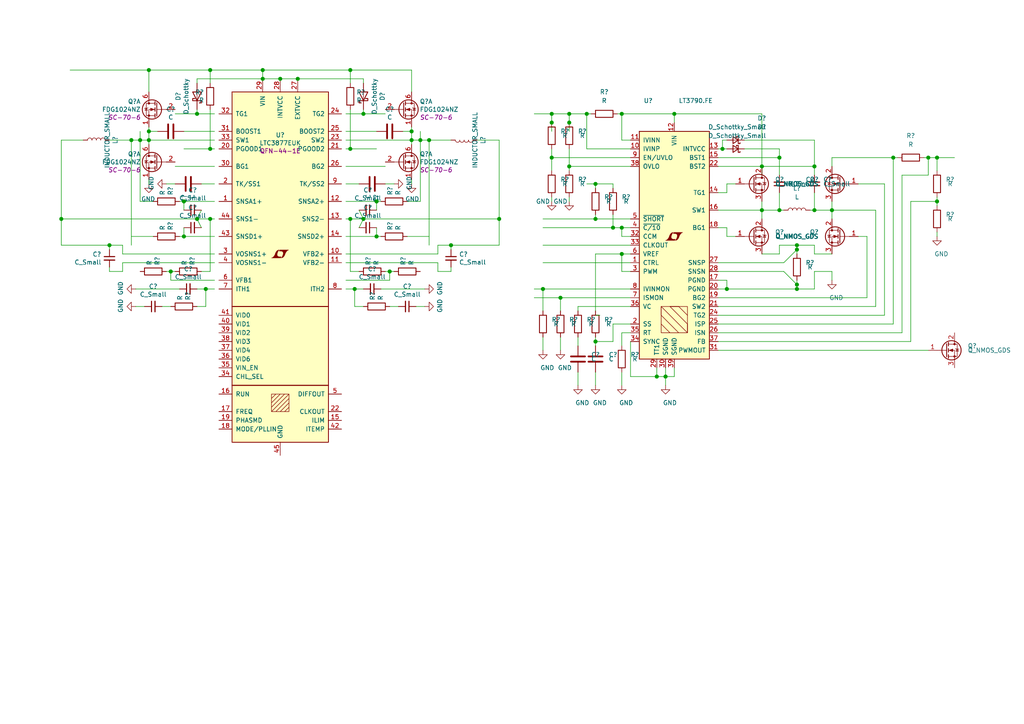
<source format=kicad_sch>
(kicad_sch (version 20201015) (generator eeschema)
  (paper "A4")
  (lib_symbols
    (symbol "ADI_Power:LT3790.FE" (pin_names (offset 1.016))
      (property "Reference" "U" (at 1.27 36.83 0))
      (property "Value" "LT3790.FE" (at 1.27 34.29 0))
      (property "Datasheet" "http://www.linear.com/product/LT3790" (at 0 2.54 0))
      (symbol "LT3790.FE_0_0"
        (polyline (pts (xy 0.2032 1.5494) (xy 0.2286 1.5748) (xy 0.2794 1.6764) (xy 0.2794 1.7018) (xy 0.1524 1.7018) (xy 0.0508 1.7272) (xy -0.4064 1.7272) (xy -0.4318 1.7526) (xy -0.6858 1.8796) (xy -0.7874 1.9812) (xy -0.8636 2.1082) (xy -0.9144 2.2098) (xy -0.9144 2.5146) (xy -0.8636 2.667) (xy -0.8382 2.7686) (xy -0.8128 2.8448) (xy -0.762 2.9718) (xy -0.7112 3.1242) (xy -0.635 3.2512) (xy -0.5842 3.3782) (xy -0.508 3.4798) (xy -0.4572 3.5814) (xy -0.3302 3.7084) (xy -0.508 3.7084) (xy -0.635 3.6576) (xy -0.7366 3.6068) (xy -0.8128 3.556) (xy -0.9398 3.4544) (xy -1.1176 3.2766) (xy -1.3716 2.8194) (xy -1.4732 2.54) (xy -1.4732 2.4892) (xy -1.524 2.3876) (xy -1.5748 2.2606) (xy -1.6256 2.159) (xy -1.7526 1.9812) (xy -1.905 1.778) (xy -2.0574 1.6256) (xy -2.2098 1.4986) (xy -2.3876 1.4224) (xy -2.54 1.3716) (xy 0.127 1.3716) (xy 0.2032 1.5494)) (stroke (width 0.0254)) (fill (type outline)))
        (polyline (pts (xy 0.4064 1.397) (xy 0.4826 1.397) (xy 0.6604 1.4732) (xy 0.8128 1.5748) (xy 1.0922 1.8542) (xy 1.2192 2.0574) (xy 1.3208 2.2606) (xy 1.397 2.5146) (xy 1.4224 2.5146) (xy 1.4986 2.7686) (xy 1.7526 3.175) (xy 1.905 3.3528) (xy 2.0574 3.5052) (xy 2.2098 3.6068) (xy 2.3876 3.683) (xy 2.413 3.683) (xy 2.413 3.7084) (xy -0.1524 3.7084) (xy -0.2286 3.556) (xy -0.254 3.5306) (xy -0.3048 3.429) (xy -0.3302 3.4036) (xy -0.2794 3.4036) (xy -0.2286 3.3782) (xy 0.3048 3.3782) (xy 0.3556 3.3528) (xy 0.4064 3.3528) (xy 0.4826 3.3274) (xy 0.6096 3.2512) (xy 0.7366 3.1496) (xy 0.8128 3.0226) (xy 0.8382 2.9718) (xy 0.8636 2.9464) (xy 0.8636 2.54) (xy 0.8382 2.4892) (xy 0.8382 2.413) (xy 0.7874 2.3114) (xy 0.762 2.1844) (xy 0.6858 2.032) (xy 0.635 1.8796) (xy 0.4826 1.6256) (xy 0.4318 1.524) (xy 0.2794 1.3716) (xy 0.4064 1.397)) (stroke (width 0.0254)) (fill (type outline)))
      )
      (symbol "LT3790.FE_0_1"
        (rectangle (start -10.16 33.02) (end 10.16 -33.02) (stroke (width 0.254)) (fill (type background)))
        (rectangle (start -3.81 -17.78) (end 3.81 -25.4))
        (polyline (pts (xy -3.81 -22.86) (xy -1.27 -25.4) (xy 1.27 -25.4) (xy -3.81 -20.32) (xy -3.81 -17.78) (xy 3.81 -25.4) (xy 3.81 -22.86) (xy -1.27 -17.78) (xy 1.27 -17.78) (xy 3.81 -20.32)))
      )
      (symbol "LT3790.FE_1_1"
        (pin input line (at -12.7 -5.08 0) (length 2.54) (name "CTRL") (number "1"))
        (pin passive line (at -12.7 27.94 0) (length 2.54) (name "IVINP") (number "10"))
        (pin passive line (at -12.7 30.48 0) (length 2.54) (name "IVINN") (number "11"))
        (pin power_in line (at 0 35.56 270) (length 2.54) (name "VIN") (number "12"))
        (pin power_out line (at 12.7 27.94 180) (length 2.54) (name "INTVCC") (number "13"))
        (pin output line (at 12.7 15.24 180) (length 2.54) (name "TG1") (number "14"))
        (pin input line (at 12.7 25.4 180) (length 2.54) (name "BST1") (number "15"))
        (pin power_out line (at 12.7 10.16 180) (length 2.54) (name "SW1") (number "16"))
        (pin power_in line (at 12.7 -10.16 180) (length 2.54) (name "PGND") (number "17"))
        (pin output line (at 12.7 5.08 180) (length 2.54) (name "BG1") (number "18"))
        (pin output line (at 12.7 -15.24 180) (length 2.54) (name "BG2") (number "19"))
        (pin passive line (at -12.7 -22.86 0) (length 2.54) (name "SS") (number "2"))
        (pin power_in line (at 12.7 -12.7 180) (length 2.54) (name "PGND") (number "20"))
        (pin power_out line (at 12.7 -17.78 180) (length 2.54) (name "SW2") (number "21"))
        (pin input line (at 12.7 22.86 180) (length 2.54) (name "BST2") (number "22"))
        (pin unconnected line (at 12.7 20.32 180) (length 2.54) hide (name "NC") (number "23"))
        (pin output line (at 12.7 -20.32 180) (length 2.54) (name "TG2") (number "24"))
        (pin passive line (at 12.7 -22.86 180) (length 2.54) (name "ISP") (number "25"))
        (pin passive line (at 12.7 -25.4 180) (length 2.54) (name "ISN") (number "26"))
        (pin passive line (at 12.7 -5.08 180) (length 2.54) (name "SNSP") (number "27"))
        (pin passive line (at 12.7 -7.62 180) (length 2.54) (name "SNSN") (number "28"))
        (pin passive line (at -5.08 -35.56 90) (length 2.54) (name "TT1") (number "29"))
        (pin input line (at -12.7 -7.62 0) (length 2.54) (name "PWM") (number "3"))
        (pin power_in line (at -2.54 -35.56 90) (length 2.54) (name "SGND") (number "30"))
        (pin output line (at 12.7 -30.48 180) (length 2.54) (name "PWMOUT") (number "31"))
        (pin input line (at -12.7 2.54 0) (length 2.54) (name "CCM") (number "32"))
        (pin output line (at -12.7 0 0) (length 2.54) (name "CLKOUT") (number "33"))
        (pin input line (at -12.7 -27.94 0) (length 2.54) (name "SYNC") (number "34"))
        (pin passive line (at -12.7 -25.4 0) (length 2.54) (name "RT") (number "35"))
        (pin passive line (at -12.7 -17.78 0) (length 2.54) (name "VC") (number "36"))
        (pin input line (at 12.7 -27.94 180) (length 2.54) (name "FB") (number "37"))
        (pin input line (at -12.7 22.86 0) (length 2.54) (name "OVLO") (number "38"))
        (pin power_in line (at 0 -35.56 90) (length 2.54) (name "SGND") (number "39"))
        (pin open_collector line (at -12.7 5.08 0) (length 2.54) (name "~C/10~") (number "4"))
        (pin open_collector line (at -12.7 7.62 0) (length 2.54) (name "~SHORT~") (number "5"))
        (pin passive line (at -12.7 -2.54 0) (length 2.54) (name "VREF") (number "6"))
        (pin output line (at -12.7 -15.24 0) (length 2.54) (name "ISMON") (number "7"))
        (pin output line (at -12.7 -12.7 0) (length 2.54) (name "IVINMON") (number "8"))
        (pin input line (at -12.7 25.4 0) (length 2.54) (name "EN/UVLO") (number "9"))
      )
    )
    (symbol "ADI_Power:LTC3877.UK" (pin_names (offset 1.016))
      (property "Reference" "U" (at -15.24 50.8 0))
      (property "Value" "LTC3877.UK" (at 6.35 50.8 0))
      (property "Footprint" "QFN-44-1EP" (at 0 -2.54 0))
      (property "Datasheet" "http://www.linear.com/product/LTC3877" (at 41.91 19.05 0))
      (symbol "LTC3877.UK_0_0"
        (polyline (pts (xy 0.2032 1.5494) (xy 0.2286 1.5748) (xy 0.2794 1.6764) (xy 0.2794 1.7018) (xy 0.1524 1.7018) (xy 0.0508 1.7272) (xy -0.4064 1.7272) (xy -0.4318 1.7526) (xy -0.6858 1.8796) (xy -0.7874 1.9812) (xy -0.8636 2.1082) (xy -0.9144 2.2098) (xy -0.9144 2.5146) (xy -0.8636 2.667) (xy -0.8382 2.7686) (xy -0.8128 2.8448) (xy -0.762 2.9718) (xy -0.7112 3.1242) (xy -0.635 3.2512) (xy -0.5842 3.3782) (xy -0.508 3.4798) (xy -0.4572 3.5814) (xy -0.3302 3.7084) (xy -0.508 3.7084) (xy -0.635 3.6576) (xy -0.7366 3.6068) (xy -0.8128 3.556) (xy -0.9398 3.4544) (xy -1.1176 3.2766) (xy -1.3716 2.8194) (xy -1.4732 2.54) (xy -1.4732 2.4892) (xy -1.524 2.3876) (xy -1.5748 2.2606) (xy -1.6256 2.159) (xy -1.7526 1.9812) (xy -1.905 1.778) (xy -2.0574 1.6256) (xy -2.2098 1.4986) (xy -2.3876 1.4224) (xy -2.54 1.3716) (xy 0.127 1.3716) (xy 0.2032 1.5494)) (stroke (width 0.0254)) (fill (type outline)))
        (polyline (pts (xy 0.4064 1.397) (xy 0.4826 1.397) (xy 0.6604 1.4732) (xy 0.8128 1.5748) (xy 1.0922 1.8542) (xy 1.2192 2.0574) (xy 1.3208 2.2606) (xy 1.397 2.5146) (xy 1.4224 2.5146) (xy 1.4986 2.7686) (xy 1.7526 3.175) (xy 1.905 3.3528) (xy 2.0574 3.5052) (xy 2.2098 3.6068) (xy 2.3876 3.683) (xy 2.413 3.683) (xy 2.413 3.7084) (xy -0.1524 3.7084) (xy -0.2286 3.556) (xy -0.254 3.5306) (xy -0.3048 3.429) (xy -0.3302 3.4036) (xy -0.2794 3.4036) (xy -0.2286 3.3782) (xy 0.3048 3.3782) (xy 0.3556 3.3528) (xy 0.4064 3.3528) (xy 0.4826 3.3274) (xy 0.6096 3.2512) (xy 0.7366 3.1496) (xy 0.8128 3.0226) (xy 0.8382 2.9718) (xy 0.8636 2.9464) (xy 0.8636 2.54) (xy 0.8382 2.4892) (xy 0.8382 2.413) (xy 0.7874 2.3114) (xy 0.762 2.1844) (xy 0.6858 2.032) (xy 0.635 1.8796) (xy 0.4826 1.6256) (xy 0.4318 1.524) (xy 0.2794 1.3716) (xy 0.4064 1.397)) (stroke (width 0.0254)) (fill (type outline)))
      )
      (symbol "LTC3877.UK_0_1"
        (rectangle (start -13.97 -12.7) (end 13.97 -35.56) (stroke (width 0.254)) (fill (type background)))
        (rectangle (start -13.97 49.53) (end 13.97 -12.7) (stroke (width 0.254)) (fill (type background)))
        (rectangle (start 13.97 -35.56) (end -13.97 -52.07) (stroke (width 0.254)) (fill (type background)))
        (polyline (pts (xy -2.54 -39.37) (xy -1.27 -38.1) (xy 0 -38.1) (xy -2.54 -40.64) (xy -2.54 -41.91) (xy 1.27 -38.1) (xy 2.54 -38.1) (xy -2.54 -43.18) (xy -1.27 -43.18) (xy 2.54 -39.37) (xy 2.54 -40.64) (xy 0 -43.18) (xy 1.27 -43.18) (xy 2.54 -41.91) (xy 2.54 -43.18) (xy -2.54 -43.18) (xy -2.54 -38.1) (xy 2.54 -38.1) (xy 2.54 -43.18)))
      )
      (symbol "LTC3877.UK_1_1"
        (pin passive line (at -17.78 17.78 0) (length 3.81) (name "SNSA1+") (number "1"))
        (pin passive line (at 17.78 2.54 180) (length 3.81) (name "VFB2+") (number "10"))
        (pin passive line (at 17.78 0 180) (length 3.81) (name "VFB2-") (number "11"))
        (pin passive line (at 17.78 17.78 180) (length 3.81) (name "SNSA2+") (number "12"))
        (pin passive line (at 17.78 12.7 180) (length 3.81) (name "SNS2-") (number "13"))
        (pin passive line (at 17.78 7.62 180) (length 3.81) (name "SNSD2+") (number "14"))
        (pin passive line (at 17.78 -45.72 180) (length 3.81) (name "ILIM") (number "15"))
        (pin input line (at -17.78 -38.1 0) (length 3.81) (name "RUN") (number "16"))
        (pin input line (at -17.78 -43.18 0) (length 3.81) (name "FREQ") (number "17"))
        (pin input line (at -17.78 -48.26 0) (length 3.81) (name "MODE/PLLIN") (number "18"))
        (pin input line (at -17.78 -45.72 0) (length 3.81) (name "PHASMD") (number "19"))
        (pin passive line (at -17.78 22.86 0) (length 3.81) (name "TK/SS1") (number "2"))
        (pin open_collector line (at -17.78 33.02 0) (length 3.81) (name "PGOOD1") (number "20"))
        (pin open_collector line (at 17.78 33.02 180) (length 3.81) (name "PGOOD2") (number "21"))
        (pin output line (at 17.78 -43.18 180) (length 3.81) (name "CLKOUT") (number "22"))
        (pin passive line (at 17.78 35.56 180) (length 3.81) (name "SW2") (number "23"))
        (pin passive line (at 17.78 43.18 180) (length 3.81) (name "TG2") (number "24"))
        (pin passive line (at 17.78 38.1 180) (length 3.81) (name "BOOST2") (number "25"))
        (pin passive line (at 17.78 27.94 180) (length 3.81) (name "BG2") (number "26"))
        (pin passive line (at 5.08 53.34 270) (length 3.81) (name "EXTVCC") (number "27"))
        (pin passive line (at 0 53.34 270) (length 3.81) (name "INTVCC") (number "28"))
        (pin power_in line (at -5.08 53.34 270) (length 3.81) (name "VIN") (number "29"))
        (pin passive line (at -17.78 2.54 0) (length 3.81) (name "VOSNS1+") (number "3"))
        (pin passive line (at -17.78 27.94 0) (length 3.81) (name "BG1") (number "30"))
        (pin passive line (at -17.78 38.1 0) (length 3.81) (name "BOOST1") (number "31"))
        (pin passive line (at -17.78 43.18 0) (length 3.81) (name "TG1") (number "32"))
        (pin passive line (at -17.78 35.56 0) (length 3.81) (name "SW1") (number "33"))
        (pin input line (at -17.78 -33.02 0) (length 3.81) (name "CHL_SEL") (number "34"))
        (pin input line (at -17.78 -30.48 0) (length 3.81) (name "VIN_EN") (number "35"))
        (pin input line (at -17.78 -27.94 0) (length 3.81) (name "VID6") (number "36"))
        (pin input line (at -17.78 -25.4 0) (length 3.81) (name "VID4") (number "37"))
        (pin input line (at -17.78 -22.86 0) (length 3.81) (name "VID3") (number "38"))
        (pin input line (at -17.78 -20.32 0) (length 3.81) (name "VID2") (number "39"))
        (pin passive line (at -17.78 0 0) (length 3.81) (name "VOSNS1-") (number "4"))
        (pin input line (at -17.78 -17.78 0) (length 3.81) (name "VID1") (number "40"))
        (pin input line (at -17.78 -15.24 0) (length 3.81) (name "VID0") (number "41"))
        (pin power_in line (at 17.78 -48.26 180) (length 3.81) (name "ITEMP") (number "42"))
        (pin passive line (at -17.78 7.62 0) (length 3.81) (name "SNSD1+") (number "43"))
        (pin passive line (at -17.78 12.7 0) (length 3.81) (name "SNS1-") (number "44"))
        (pin power_in line (at 0 -55.88 90) (length 3.81) (name "GND") (number "45"))
        (pin output line (at 17.78 -38.1 180) (length 3.81) (name "DIFFOUT") (number "5"))
        (pin passive line (at -17.78 -5.08 0) (length 3.81) (name "VFB1") (number "6"))
        (pin passive line (at -17.78 -7.62 0) (length 3.81) (name "ITH1") (number "7"))
        (pin passive line (at 17.78 -7.62 180) (length 3.81) (name "ITH2") (number "8"))
        (pin passive line (at 17.78 22.86 180) (length 3.81) (name "TK/SS2") (number "9"))
      )
    )
    (symbol "Device:C" (pin_numbers hide) (pin_names (offset 0.254))
      (property "Reference" "C" (at 0.635 2.54 0))
      (property "Value" "C" (at 0.635 -2.54 0))
      (symbol "C_0_1"
        (polyline (pts (xy -2.032 -0.762) (xy 2.032 -0.762)) (stroke (width 0.508)))
        (polyline (pts (xy -2.032 0.762) (xy 2.032 0.762)) (stroke (width 0.508)))
      )
      (symbol "C_1_1"
        (pin passive line (at 0 3.81 270) (length 2.794) (name "~") (number "1"))
        (pin passive line (at 0 -3.81 90) (length 2.794) (name "~") (number "2"))
      )
    )
    (symbol "Device:C_Small" (pin_numbers hide) (pin_names (offset 0.254) hide)
      (property "Reference" "C" (at 0.254 1.778 0))
      (property "Value" "C_Small" (at 0.254 -2.032 0))
      (symbol "C_Small_0_1"
        (polyline (pts (xy -1.524 -0.508) (xy 1.524 -0.508)) (stroke (width 0.3302)))
        (polyline (pts (xy -1.524 0.508) (xy 1.524 0.508)) (stroke (width 0.3048)))
      )
      (symbol "C_Small_1_1"
        (pin passive line (at 0 2.54 270) (length 2.032) (name "~") (number "1"))
        (pin passive line (at 0 -2.54 90) (length 2.032) (name "~") (number "2"))
      )
    )
    (symbol "Device:D_Schottky" (pin_numbers hide) (pin_names (offset 1.016) hide)
      (property "Reference" "D" (at 0 2.54 0))
      (property "Value" "D_Schottky" (at 0 -2.54 0))
      (symbol "D_Schottky_0_1"
        (polyline (pts (xy 1.27 0) (xy -1.27 0)))
        (polyline (pts (xy 1.27 1.27) (xy 1.27 -1.27) (xy -1.27 0) (xy 1.27 1.27)) (stroke (width 0.254)))
        (polyline (pts (xy -1.905 0.635) (xy -1.905 1.27) (xy -1.27 1.27) (xy -1.27 -1.27) (xy -0.635 -1.27) (xy -0.635 -0.635)) (stroke (width 0.254)))
      )
      (symbol "D_Schottky_1_1"
        (pin passive line (at -3.81 0 0) (length 2.54) (name "K") (number "1"))
        (pin passive line (at 3.81 0 180) (length 2.54) (name "A") (number "2"))
      )
    )
    (symbol "Device:D_Schottky_Small" (pin_numbers hide) (pin_names (offset 0.254) hide)
      (property "Reference" "D" (at -1.27 2.032 0))
      (property "Value" "D_Schottky_Small" (at -7.112 -2.032 0))
      (symbol "D_Schottky_Small_0_1"
        (polyline (pts (xy -0.762 0) (xy 0.762 0)))
        (polyline (pts (xy 0.762 -1.016) (xy -0.762 0) (xy 0.762 1.016) (xy 0.762 -1.016)) (stroke (width 0.254)))
        (polyline (pts (xy -1.27 0.762) (xy -1.27 1.016) (xy -0.762 1.016) (xy -0.762 -1.016) (xy -0.254 -1.016) (xy -0.254 -0.762)) (stroke (width 0.254)))
      )
      (symbol "D_Schottky_Small_1_1"
        (pin passive line (at -2.54 0 0) (length 1.778) (name "K") (number "1"))
        (pin passive line (at 2.54 0 180) (length 1.778) (name "A") (number "2"))
      )
    )
    (symbol "Device:L" (pin_numbers hide) (pin_names (offset 1.016) hide)
      (property "Reference" "L" (at -1.27 0 90))
      (property "Value" "L" (at 1.905 0 90))
      (symbol "L_0_1"
        (arc (start 0 -2.54) (end 0 -1.27) (radius (at 0 -1.905) (length 0.635) (angles -89.9 89.9)))
        (arc (start 0 -1.27) (end 0 0) (radius (at 0 -0.635) (length 0.635) (angles -89.9 89.9)))
        (arc (start 0 0) (end 0 1.27) (radius (at 0 0.635) (length 0.635) (angles -89.9 89.9)))
        (arc (start 0 1.27) (end 0 2.54) (radius (at 0 1.905) (length 0.635) (angles -89.9 89.9)))
      )
      (symbol "L_1_1"
        (pin passive line (at 0 3.81 270) (length 1.27) (name "1") (number "1"))
        (pin passive line (at 0 -3.81 90) (length 1.27) (name "2") (number "2"))
      )
    )
    (symbol "Device:Q_NMOS_GDS" (pin_names (offset 0) hide)
      (property "Reference" "Q" (at 5.08 1.27 0))
      (property "Value" "Q_NMOS_GDS" (at 5.08 -1.27 0))
      (symbol "Q_NMOS_GDS_0_1"
        (circle (center 1.651 0) (radius 2.794) (stroke (width 0.254)))
        (circle (center 2.54 -1.778) (radius 0.254) (fill (type outline)))
        (circle (center 2.54 1.778) (radius 0.254) (fill (type outline)))
        (polyline (pts (xy 0.254 0) (xy -2.54 0)))
        (polyline (pts (xy 0.254 1.905) (xy 0.254 -1.905)) (stroke (width 0.254)))
        (polyline (pts (xy 0.762 -1.27) (xy 0.762 -2.286)) (stroke (width 0.254)))
        (polyline (pts (xy 0.762 0.508) (xy 0.762 -0.508)) (stroke (width 0.254)))
        (polyline (pts (xy 0.762 2.286) (xy 0.762 1.27)) (stroke (width 0.254)))
        (polyline (pts (xy 2.54 2.54) (xy 2.54 1.778)))
        (polyline (pts (xy 2.54 -2.54) (xy 2.54 0) (xy 0.762 0)))
        (polyline (pts (xy 0.762 -1.778) (xy 3.302 -1.778) (xy 3.302 1.778) (xy 0.762 1.778)))
        (polyline (pts (xy 1.016 0) (xy 2.032 0.381) (xy 2.032 -0.381) (xy 1.016 0)) (fill (type outline)))
        (polyline (pts (xy 2.794 0.508) (xy 2.921 0.381) (xy 3.683 0.381) (xy 3.81 0.254)))
        (polyline (pts (xy 3.302 0.381) (xy 2.921 -0.254) (xy 3.683 -0.254) (xy 3.302 0.381)))
      )
      (symbol "Q_NMOS_GDS_1_1"
        (pin input line (at -5.08 0 0) (length 2.54) (name "G") (number "1"))
        (pin passive line (at 2.54 5.08 270) (length 2.54) (name "D") (number "2"))
        (pin passive line (at 2.54 -5.08 90) (length 2.54) (name "S") (number "3"))
      )
    )
    (symbol "Device:R" (pin_numbers hide) (pin_names (offset 0))
      (property "Reference" "R" (at 2.032 0 90))
      (property "Value" "R" (at 0 0 90))
      (symbol "R_0_1"
        (rectangle (start -1.016 -2.54) (end 1.016 2.54) (stroke (width 0.254)))
      )
      (symbol "R_1_1"
        (pin passive line (at 0 3.81 270) (length 1.27) (name "~") (number "1"))
        (pin passive line (at 0 -3.81 90) (length 1.27) (name "~") (number "2"))
      )
    )
    (symbol "Transistor_FET:FDG1024NZ" (pin_names hide)
      (property "Reference" "Q" (at 5.08 1.905 0))
      (property "Value" "FDG1024NZ" (at 5.08 0 0))
      (symbol "FDG1024NZ_0_1"
        (circle (center 1.651 0) (radius 2.794) (stroke (width 0.254)))
        (circle (center 2.54 -1.778) (radius 0.254) (fill (type outline)))
        (circle (center 2.54 1.778) (radius 0.254) (fill (type outline)))
        (polyline (pts (xy 0.254 0) (xy -2.54 0)))
        (polyline (pts (xy 0.254 1.905) (xy 0.254 -1.905)) (stroke (width 0.254)))
        (polyline (pts (xy 0.762 -1.27) (xy 0.762 -2.286)) (stroke (width 0.254)))
        (polyline (pts (xy 0.762 0.508) (xy 0.762 -0.508)) (stroke (width 0.254)))
        (polyline (pts (xy 0.762 2.286) (xy 0.762 1.27)) (stroke (width 0.254)))
        (polyline (pts (xy 2.54 2.54) (xy 2.54 1.778)))
        (polyline (pts (xy 2.54 -2.54) (xy 2.54 0) (xy 0.762 0)))
        (polyline (pts (xy 0.762 -1.778) (xy 3.302 -1.778) (xy 3.302 1.778) (xy 0.762 1.778)))
        (polyline (pts (xy 1.016 0) (xy 2.032 0.381) (xy 2.032 -0.381) (xy 1.016 0)) (fill (type outline)))
        (polyline (pts (xy 2.794 0.508) (xy 2.921 0.381) (xy 3.683 0.381) (xy 3.81 0.254)))
        (polyline (pts (xy 3.302 0.381) (xy 2.921 -0.254) (xy 3.683 -0.254) (xy 3.302 0.381)))
      )
      (symbol "FDG1024NZ_1_1"
        (pin passive line (at 2.54 -5.08 90) (length 2.54) (name "S") (number "1"))
        (pin passive line (at -5.08 0 0) (length 2.54) (name "G") (number "2"))
        (pin passive line (at 2.54 5.08 270) (length 2.54) (name "D") (number "6"))
      )
      (symbol "FDG1024NZ_2_1"
        (pin passive line (at 2.54 5.08 270) (length 2.54) (name "D") (number "3"))
        (pin passive line (at 2.54 -5.08 90) (length 2.54) (name "S") (number "4"))
        (pin passive line (at -5.08 0 0) (length 2.54) (name "G") (number "5"))
      )
    )
    (symbol "power:GND" (power) (pin_names (offset 0))
      (property "Value" "GND" (at 0 -3.81 0))
      (symbol "GND_0_1"
        (polyline (pts (xy 0 0) (xy 0 -1.27) (xy 1.27 -1.27) (xy 0 -2.54) (xy -1.27 -1.27) (xy 0 -1.27)))
      )
      (symbol "GND_1_1"
        (pin power_in line (at 0 0 270) (length 0) hide (name "GND") (number "1"))
      )
    )
  )
  (junction (at 17.78 63.5) (diameter 1.016))
  (junction (at 31.75 71.12) (diameter 1.016))
  (junction (at 38.1 40.64) (diameter 1.016))
  (junction (at 40.64 40.64) (diameter 1.016))
  (junction (at 43.18 20.32) (diameter 1.016))
  (junction (at 43.18 38.1) (diameter 1.016))
  (junction (at 43.18 40.64) (diameter 1.016))
  (junction (at 49.53 78.74) (diameter 1.016))
  (junction (at 53.34 58.42) (diameter 1.016))
  (junction (at 53.34 68.58) (diameter 1.016))
  (junction (at 57.15 33.02) (diameter 1.016))
  (junction (at 57.15 63.5) (diameter 1.016))
  (junction (at 59.69 83.82) (diameter 1.016))
  (junction (at 60.96 20.32) (diameter 1.016))
  (junction (at 60.96 43.18) (diameter 1.016))
  (junction (at 60.96 63.5) (diameter 1.016))
  (junction (at 76.2 20.32) (diameter 1.016))
  (junction (at 76.2 22.86) (diameter 1.016))
  (junction (at 81.28 22.86) (diameter 1.016))
  (junction (at 86.36 22.86) (diameter 1.016))
  (junction (at 101.6 20.32) (diameter 1.016))
  (junction (at 101.6 43.18) (diameter 1.016))
  (junction (at 101.6 63.5) (diameter 1.016))
  (junction (at 102.87 83.82) (diameter 1.016))
  (junction (at 105.41 33.02) (diameter 1.016))
  (junction (at 105.41 63.5) (diameter 1.016))
  (junction (at 109.22 58.42) (diameter 1.016))
  (junction (at 109.22 68.58) (diameter 1.016))
  (junction (at 113.03 78.74) (diameter 1.016))
  (junction (at 119.38 38.1) (diameter 1.016))
  (junction (at 119.38 40.64) (diameter 1.016))
  (junction (at 121.92 40.64) (diameter 1.016))
  (junction (at 124.46 40.64) (diameter 1.016))
  (junction (at 130.81 71.12) (diameter 1.016))
  (junction (at 144.78 63.5) (diameter 1.016))
  (junction (at 157.48 83.82) (diameter 1.016))
  (junction (at 160.02 33.02) (diameter 1.016))
  (junction (at 160.02 35.56) (diameter 1.016))
  (junction (at 160.02 45.72) (diameter 1.016))
  (junction (at 162.56 86.36) (diameter 1.016))
  (junction (at 165.1 33.02) (diameter 1.016))
  (junction (at 165.1 35.56) (diameter 1.016))
  (junction (at 165.1 48.26) (diameter 1.016))
  (junction (at 170.18 33.02) (diameter 1.016))
  (junction (at 172.72 53.34) (diameter 1.016))
  (junction (at 172.72 63.5) (diameter 1.016))
  (junction (at 172.72 99.06) (diameter 1.016))
  (junction (at 177.8 66.04) (diameter 1.016))
  (junction (at 180.34 33.02) (diameter 1.016))
  (junction (at 180.34 66.04) (diameter 1.016))
  (junction (at 180.34 73.66) (diameter 1.016))
  (junction (at 190.5 109.22) (diameter 1.016))
  (junction (at 193.04 109.22) (diameter 1.016))
  (junction (at 195.58 33.02) (diameter 1.016))
  (junction (at 209.55 43.18) (diameter 1.016))
  (junction (at 210.82 83.82) (diameter 1.016))
  (junction (at 220.98 48.26) (diameter 1.016))
  (junction (at 220.98 60.96) (diameter 1.016))
  (junction (at 226.06 45.72) (diameter 1.016))
  (junction (at 226.06 60.96) (diameter 1.016))
  (junction (at 231.14 71.12) (diameter 1.016))
  (junction (at 231.14 72.39) (diameter 1.016))
  (junction (at 231.14 82.55) (diameter 1.016))
  (junction (at 231.14 83.82) (diameter 1.016))
  (junction (at 236.22 48.26) (diameter 1.016))
  (junction (at 236.22 60.96) (diameter 1.016))
  (junction (at 241.3 60.96) (diameter 1.016))
  (junction (at 259.08 45.72) (diameter 1.016))
  (junction (at 269.24 45.72) (diameter 1.016))
  (junction (at 271.78 45.72) (diameter 1.016))
  (junction (at 271.78 58.42) (diameter 1.016))
  (wire (pts (xy 17.78 40.64) (xy 17.78 63.5)))
  (wire (pts (xy 17.78 63.5) (xy 17.78 71.12)))
  (wire (pts (xy 17.78 63.5) (xy 57.15 63.5)))
  (wire (pts (xy 17.78 71.12) (xy 31.75 71.12)))
  (wire (pts (xy 20.32 20.32) (xy 43.18 20.32)))
  (wire (pts (xy 24.13 40.64) (xy 17.78 40.64)))
  (wire (pts (xy 31.75 40.64) (xy 38.1 40.64)))
  (wire (pts (xy 31.75 71.12) (xy 31.75 72.39)))
  (wire (pts (xy 31.75 71.12) (xy 35.56 71.12)))
  (wire (pts (xy 31.75 78.74) (xy 31.75 77.47)))
  (wire (pts (xy 35.56 71.12) (xy 35.56 73.66)))
  (wire (pts (xy 35.56 73.66) (xy 62.23 73.66)))
  (wire (pts (xy 35.56 76.2) (xy 35.56 78.74)))
  (wire (pts (xy 35.56 78.74) (xy 31.75 78.74)))
  (wire (pts (xy 38.1 40.64) (xy 38.1 71.12)))
  (wire (pts (xy 38.1 40.64) (xy 40.64 40.64)))
  (wire (pts (xy 38.1 68.58) (xy 44.45 68.58)))
  (wire (pts (xy 40.64 38.1) (xy 40.64 40.64)))
  (wire (pts (xy 40.64 40.64) (xy 40.64 58.42)))
  (wire (pts (xy 40.64 40.64) (xy 43.18 40.64)))
  (wire (pts (xy 40.64 58.42) (xy 44.45 58.42)))
  (wire (pts (xy 41.91 88.9) (xy 39.37 88.9)))
  (wire (pts (xy 43.18 20.32) (xy 43.18 26.67)))
  (wire (pts (xy 43.18 20.32) (xy 60.96 20.32)))
  (wire (pts (xy 43.18 36.83) (xy 43.18 38.1)))
  (wire (pts (xy 43.18 38.1) (xy 43.18 40.64)))
  (wire (pts (xy 43.18 38.1) (xy 45.72 38.1)))
  (wire (pts (xy 43.18 40.64) (xy 43.18 41.91)))
  (wire (pts (xy 43.18 40.64) (xy 62.23 40.64)))
  (wire (pts (xy 43.18 52.07) (xy 43.18 53.34)))
  (wire (pts (xy 48.26 53.34) (xy 50.8 53.34)))
  (wire (pts (xy 48.26 78.74) (xy 49.53 78.74)))
  (wire (pts (xy 49.53 78.74) (xy 49.53 81.28)))
  (wire (pts (xy 49.53 78.74) (xy 50.8 78.74)))
  (wire (pts (xy 49.53 81.28) (xy 62.23 81.28)))
  (wire (pts (xy 49.53 88.9) (xy 46.99 88.9)))
  (wire (pts (xy 50.8 33.02) (xy 57.15 33.02)))
  (wire (pts (xy 50.8 48.26) (xy 62.23 48.26)))
  (wire (pts (xy 52.07 58.42) (xy 53.34 58.42)))
  (wire (pts (xy 52.07 68.58) (xy 53.34 68.58)))
  (wire (pts (xy 52.07 83.82) (xy 39.37 83.82)))
  (wire (pts (xy 53.34 38.1) (xy 62.23 38.1)))
  (wire (pts (xy 53.34 43.18) (xy 60.96 43.18)))
  (wire (pts (xy 53.34 58.42) (xy 62.23 58.42)))
  (wire (pts (xy 53.34 60.96) (xy 53.34 58.42)))
  (wire (pts (xy 53.34 66.04) (xy 53.34 68.58)))
  (wire (pts (xy 53.34 68.58) (xy 62.23 68.58)))
  (wire (pts (xy 57.15 22.86) (xy 57.15 24.13)))
  (wire (pts (xy 57.15 22.86) (xy 76.2 22.86)))
  (wire (pts (xy 57.15 31.75) (xy 57.15 33.02)))
  (wire (pts (xy 57.15 33.02) (xy 62.23 33.02)))
  (wire (pts (xy 57.15 63.5) (xy 58.42 66.04)))
  (wire (pts (xy 57.15 63.5) (xy 60.96 63.5)))
  (wire (pts (xy 57.15 83.82) (xy 59.69 83.82)))
  (wire (pts (xy 57.15 88.9) (xy 59.69 88.9)))
  (wire (pts (xy 58.42 53.34) (xy 62.23 53.34)))
  (wire (pts (xy 58.42 60.96) (xy 57.15 63.5)))
  (wire (pts (xy 59.69 83.82) (xy 62.23 83.82)))
  (wire (pts (xy 59.69 88.9) (xy 59.69 83.82)))
  (wire (pts (xy 60.96 20.32) (xy 60.96 24.13)))
  (wire (pts (xy 60.96 20.32) (xy 76.2 20.32)))
  (wire (pts (xy 60.96 31.75) (xy 60.96 43.18)))
  (wire (pts (xy 60.96 43.18) (xy 62.23 43.18)))
  (wire (pts (xy 60.96 63.5) (xy 60.96 78.74)))
  (wire (pts (xy 60.96 63.5) (xy 62.23 63.5)))
  (wire (pts (xy 60.96 78.74) (xy 58.42 78.74)))
  (wire (pts (xy 62.23 76.2) (xy 35.56 76.2)))
  (wire (pts (xy 76.2 20.32) (xy 76.2 22.86)))
  (wire (pts (xy 76.2 20.32) (xy 101.6 20.32)))
  (wire (pts (xy 76.2 22.86) (xy 76.2 24.13)))
  (wire (pts (xy 76.2 22.86) (xy 81.28 22.86)))
  (wire (pts (xy 81.28 22.86) (xy 81.28 24.13)))
  (wire (pts (xy 81.28 22.86) (xy 86.36 22.86)))
  (wire (pts (xy 86.36 22.86) (xy 105.41 22.86)))
  (wire (pts (xy 100.33 33.02) (xy 105.41 33.02)))
  (wire (pts (xy 100.33 40.64) (xy 119.38 40.64)))
  (wire (pts (xy 100.33 43.18) (xy 101.6 43.18)))
  (wire (pts (xy 100.33 58.42) (xy 109.22 58.42)))
  (wire (pts (xy 100.33 63.5) (xy 101.6 63.5)))
  (wire (pts (xy 100.33 68.58) (xy 109.22 68.58)))
  (wire (pts (xy 100.33 73.66) (xy 127 73.66)))
  (wire (pts (xy 100.33 76.2) (xy 127 76.2)))
  (wire (pts (xy 100.33 83.82) (xy 102.87 83.82)))
  (wire (pts (xy 101.6 20.32) (xy 101.6 24.13)))
  (wire (pts (xy 101.6 20.32) (xy 119.38 20.32)))
  (wire (pts (xy 101.6 31.75) (xy 101.6 43.18)))
  (wire (pts (xy 101.6 43.18) (xy 109.22 43.18)))
  (wire (pts (xy 101.6 63.5) (xy 101.6 78.74)))
  (wire (pts (xy 101.6 63.5) (xy 105.41 63.5)))
  (wire (pts (xy 101.6 78.74) (xy 104.14 78.74)))
  (wire (pts (xy 102.87 83.82) (xy 105.41 83.82)))
  (wire (pts (xy 102.87 88.9) (xy 102.87 83.82)))
  (wire (pts (xy 104.14 53.34) (xy 100.33 53.34)))
  (wire (pts (xy 105.41 22.86) (xy 105.41 24.13)))
  (wire (pts (xy 105.41 31.75) (xy 105.41 33.02)))
  (wire (pts (xy 105.41 33.02) (xy 111.76 33.02)))
  (wire (pts (xy 105.41 63.5) (xy 104.14 60.96)))
  (wire (pts (xy 105.41 63.5) (xy 104.14 66.04)))
  (wire (pts (xy 105.41 63.5) (xy 144.78 63.5)))
  (wire (pts (xy 105.41 88.9) (xy 102.87 88.9)))
  (wire (pts (xy 109.22 38.1) (xy 100.33 38.1)))
  (wire (pts (xy 109.22 58.42) (xy 110.49 58.42)))
  (wire (pts (xy 109.22 60.96) (xy 109.22 58.42)))
  (wire (pts (xy 109.22 66.04) (xy 109.22 68.58)))
  (wire (pts (xy 109.22 68.58) (xy 110.49 68.58)))
  (wire (pts (xy 110.49 83.82) (xy 123.19 83.82)))
  (wire (pts (xy 111.76 48.26) (xy 100.33 48.26)))
  (wire (pts (xy 111.76 78.74) (xy 113.03 78.74)))
  (wire (pts (xy 113.03 78.74) (xy 113.03 81.28)))
  (wire (pts (xy 113.03 78.74) (xy 114.3 78.74)))
  (wire (pts (xy 113.03 81.28) (xy 100.33 81.28)))
  (wire (pts (xy 113.03 88.9) (xy 115.57 88.9)))
  (wire (pts (xy 114.3 53.34) (xy 111.76 53.34)))
  (wire (pts (xy 119.38 20.32) (xy 119.38 26.67)))
  (wire (pts (xy 119.38 36.83) (xy 119.38 38.1)))
  (wire (pts (xy 119.38 38.1) (xy 116.84 38.1)))
  (wire (pts (xy 119.38 38.1) (xy 119.38 40.64)))
  (wire (pts (xy 119.38 40.64) (xy 119.38 41.91)))
  (wire (pts (xy 119.38 40.64) (xy 121.92 40.64)))
  (wire (pts (xy 119.38 52.07) (xy 119.38 53.34)))
  (wire (pts (xy 120.65 88.9) (xy 123.19 88.9)))
  (wire (pts (xy 121.92 38.1) (xy 121.92 40.64)))
  (wire (pts (xy 121.92 40.64) (xy 121.92 58.42)))
  (wire (pts (xy 121.92 40.64) (xy 124.46 40.64)))
  (wire (pts (xy 121.92 58.42) (xy 118.11 58.42)))
  (wire (pts (xy 124.46 40.64) (xy 124.46 71.12)))
  (wire (pts (xy 124.46 40.64) (xy 130.81 40.64)))
  (wire (pts (xy 124.46 68.58) (xy 118.11 68.58)))
  (wire (pts (xy 127 71.12) (xy 130.81 71.12)))
  (wire (pts (xy 127 73.66) (xy 127 71.12)))
  (wire (pts (xy 127 76.2) (xy 127 78.74)))
  (wire (pts (xy 127 78.74) (xy 130.81 78.74)))
  (wire (pts (xy 130.81 71.12) (xy 130.81 72.39)))
  (wire (pts (xy 130.81 71.12) (xy 144.78 71.12)))
  (wire (pts (xy 130.81 78.74) (xy 130.81 77.47)))
  (wire (pts (xy 144.78 40.64) (xy 138.43 40.64)))
  (wire (pts (xy 144.78 40.64) (xy 144.78 63.5)))
  (wire (pts (xy 144.78 63.5) (xy 144.78 71.12)))
  (wire (pts (xy 154.94 33.02) (xy 160.02 33.02)))
  (wire (pts (xy 154.94 83.82) (xy 157.48 83.82)))
  (wire (pts (xy 154.94 86.36) (xy 162.56 86.36)))
  (wire (pts (xy 157.48 63.5) (xy 172.72 63.5)))
  (wire (pts (xy 157.48 66.04) (xy 177.8 66.04)))
  (wire (pts (xy 157.48 83.82) (xy 157.48 90.17)))
  (wire (pts (xy 157.48 83.82) (xy 182.88 83.82)))
  (wire (pts (xy 157.48 97.79) (xy 157.48 101.6)))
  (wire (pts (xy 160.02 33.02) (xy 160.02 35.56)))
  (wire (pts (xy 160.02 33.02) (xy 165.1 33.02)))
  (wire (pts (xy 160.02 35.56) (xy 160.02 38.1)))
  (wire (pts (xy 160.02 43.18) (xy 160.02 45.72)))
  (wire (pts (xy 160.02 45.72) (xy 160.02 49.53)))
  (wire (pts (xy 160.02 45.72) (xy 182.88 45.72)))
  (wire (pts (xy 160.02 58.42) (xy 160.02 57.15)))
  (wire (pts (xy 162.56 86.36) (xy 162.56 90.17)))
  (wire (pts (xy 162.56 86.36) (xy 182.88 86.36)))
  (wire (pts (xy 162.56 101.6) (xy 162.56 97.79)))
  (wire (pts (xy 165.1 33.02) (xy 165.1 35.56)))
  (wire (pts (xy 165.1 33.02) (xy 170.18 33.02)))
  (wire (pts (xy 165.1 35.56) (xy 165.1 38.1)))
  (wire (pts (xy 165.1 43.18) (xy 165.1 48.26)))
  (wire (pts (xy 165.1 48.26) (xy 165.1 49.53)))
  (wire (pts (xy 165.1 48.26) (xy 182.88 48.26)))
  (wire (pts (xy 165.1 58.42) (xy 165.1 57.15)))
  (wire (pts (xy 167.64 88.9) (xy 167.64 90.17)))
  (wire (pts (xy 167.64 88.9) (xy 182.88 88.9)))
  (wire (pts (xy 167.64 97.79) (xy 167.64 100.33)))
  (wire (pts (xy 167.64 107.95) (xy 167.64 111.76)))
  (wire (pts (xy 170.18 33.02) (xy 170.18 43.18)))
  (wire (pts (xy 170.18 33.02) (xy 171.45 33.02)))
  (wire (pts (xy 170.18 43.18) (xy 182.88 43.18)))
  (wire (pts (xy 170.18 53.34) (xy 172.72 53.34)))
  (wire (pts (xy 172.72 53.34) (xy 177.8 53.34)))
  (wire (pts (xy 172.72 54.61) (xy 172.72 53.34)))
  (wire (pts (xy 172.72 62.23) (xy 172.72 63.5)))
  (wire (pts (xy 172.72 63.5) (xy 182.88 63.5)))
  (wire (pts (xy 172.72 73.66) (xy 172.72 90.17)))
  (wire (pts (xy 172.72 73.66) (xy 180.34 73.66)))
  (wire (pts (xy 172.72 91.44) (xy 173.99 91.44)))
  (wire (pts (xy 172.72 97.79) (xy 172.72 99.06)))
  (wire (pts (xy 172.72 99.06) (xy 172.72 100.33)))
  (wire (pts (xy 172.72 99.06) (xy 177.8 99.06)))
  (wire (pts (xy 172.72 111.76) (xy 172.72 107.95)))
  (wire (pts (xy 177.8 53.34) (xy 177.8 54.61)))
  (wire (pts (xy 177.8 62.23) (xy 177.8 66.04)))
  (wire (pts (xy 177.8 66.04) (xy 180.34 66.04)))
  (wire (pts (xy 177.8 93.98) (xy 182.88 93.98)))
  (wire (pts (xy 177.8 99.06) (xy 177.8 93.98)))
  (wire (pts (xy 179.07 33.02) (xy 180.34 33.02)))
  (wire (pts (xy 180.34 33.02) (xy 195.58 33.02)))
  (wire (pts (xy 180.34 40.64) (xy 180.34 33.02)))
  (wire (pts (xy 180.34 66.04) (xy 182.88 66.04)))
  (wire (pts (xy 180.34 68.58) (xy 180.34 66.04)))
  (wire (pts (xy 180.34 73.66) (xy 182.88 73.66)))
  (wire (pts (xy 180.34 78.74) (xy 180.34 73.66)))
  (wire (pts (xy 180.34 78.74) (xy 182.88 78.74)))
  (wire (pts (xy 180.34 96.52) (xy 182.88 96.52)))
  (wire (pts (xy 180.34 100.33) (xy 180.34 96.52)))
  (wire (pts (xy 180.34 111.76) (xy 180.34 107.95)))
  (wire (pts (xy 182.88 40.64) (xy 180.34 40.64)))
  (wire (pts (xy 182.88 68.58) (xy 180.34 68.58)))
  (wire (pts (xy 182.88 71.12) (xy 157.48 71.12)))
  (wire (pts (xy 182.88 76.2) (xy 157.48 76.2)))
  (wire (pts (xy 182.88 99.06) (xy 182.88 109.22)))
  (wire (pts (xy 182.88 109.22) (xy 190.5 109.22)))
  (wire (pts (xy 190.5 106.68) (xy 190.5 109.22)))
  (wire (pts (xy 190.5 109.22) (xy 193.04 109.22)))
  (wire (pts (xy 193.04 106.68) (xy 193.04 109.22)))
  (wire (pts (xy 193.04 109.22) (xy 193.04 111.76)))
  (wire (pts (xy 193.04 109.22) (xy 195.58 109.22)))
  (wire (pts (xy 195.58 33.02) (xy 195.58 35.56)))
  (wire (pts (xy 195.58 33.02) (xy 220.98 33.02)))
  (wire (pts (xy 195.58 109.22) (xy 195.58 106.68)))
  (wire (pts (xy 208.28 43.18) (xy 209.55 43.18)))
  (wire (pts (xy 208.28 45.72) (xy 226.06 45.72)))
  (wire (pts (xy 208.28 48.26) (xy 220.98 48.26)))
  (wire (pts (xy 208.28 60.96) (xy 220.98 60.96)))
  (wire (pts (xy 208.28 66.04) (xy 210.82 66.04)))
  (wire (pts (xy 208.28 76.2) (xy 227.33 76.2)))
  (wire (pts (xy 208.28 78.74) (xy 227.33 78.74)))
  (wire (pts (xy 208.28 81.28) (xy 210.82 81.28)))
  (wire (pts (xy 208.28 83.82) (xy 210.82 83.82)))
  (wire (pts (xy 208.28 86.36) (xy 251.46 86.36)))
  (wire (pts (xy 208.28 91.44) (xy 256.54 91.44)))
  (wire (pts (xy 208.28 93.98) (xy 259.08 93.98)))
  (wire (pts (xy 208.28 101.6) (xy 269.24 101.6)))
  (wire (pts (xy 209.55 40.64) (xy 210.82 40.64)))
  (wire (pts (xy 209.55 43.18) (xy 209.55 40.64)))
  (wire (pts (xy 209.55 43.18) (xy 210.82 43.18)))
  (wire (pts (xy 210.82 53.34) (xy 210.82 55.88)))
  (wire (pts (xy 210.82 55.88) (xy 208.28 55.88)))
  (wire (pts (xy 210.82 66.04) (xy 210.82 68.58)))
  (wire (pts (xy 210.82 68.58) (xy 213.36 68.58)))
  (wire (pts (xy 210.82 81.28) (xy 210.82 83.82)))
  (wire (pts (xy 210.82 83.82) (xy 231.14 83.82)))
  (wire (pts (xy 213.36 53.34) (xy 210.82 53.34)))
  (wire (pts (xy 215.9 40.64) (xy 236.22 40.64)))
  (wire (pts (xy 215.9 43.18) (xy 226.06 43.18)))
  (wire (pts (xy 220.98 33.02) (xy 220.98 48.26)))
  (wire (pts (xy 220.98 48.26) (xy 220.98 50.8)))
  (wire (pts (xy 220.98 48.26) (xy 236.22 48.26)))
  (wire (pts (xy 220.98 58.42) (xy 220.98 60.96)))
  (wire (pts (xy 220.98 60.96) (xy 220.98 63.5)))
  (wire (pts (xy 220.98 60.96) (xy 226.06 60.96)))
  (wire (pts (xy 220.98 73.66) (xy 226.06 73.66)))
  (wire (pts (xy 226.06 43.18) (xy 226.06 45.72)))
  (wire (pts (xy 226.06 45.72) (xy 226.06 50.8)))
  (wire (pts (xy 226.06 60.96) (xy 226.06 55.88)))
  (wire (pts (xy 226.06 60.96) (xy 227.33 60.96)))
  (wire (pts (xy 226.06 71.12) (xy 231.14 71.12)))
  (wire (pts (xy 226.06 73.66) (xy 226.06 71.12)))
  (wire (pts (xy 227.33 76.2) (xy 231.14 72.39)))
  (wire (pts (xy 227.33 78.74) (xy 231.14 82.55)))
  (wire (pts (xy 231.14 71.12) (xy 231.14 72.39)))
  (wire (pts (xy 231.14 71.12) (xy 236.22 71.12)))
  (wire (pts (xy 231.14 72.39) (xy 231.14 73.66)))
  (wire (pts (xy 231.14 81.28) (xy 231.14 82.55)))
  (wire (pts (xy 231.14 82.55) (xy 231.14 83.82)))
  (wire (pts (xy 231.14 83.82) (xy 236.22 83.82)))
  (wire (pts (xy 234.95 60.96) (xy 236.22 60.96)))
  (wire (pts (xy 236.22 40.64) (xy 236.22 48.26)))
  (wire (pts (xy 236.22 48.26) (xy 236.22 50.8)))
  (wire (pts (xy 236.22 55.88) (xy 236.22 60.96)))
  (wire (pts (xy 236.22 60.96) (xy 241.3 60.96)))
  (wire (pts (xy 236.22 71.12) (xy 236.22 73.66)))
  (wire (pts (xy 236.22 73.66) (xy 241.3 73.66)))
  (wire (pts (xy 236.22 78.74) (xy 241.3 78.74)))
  (wire (pts (xy 236.22 83.82) (xy 236.22 78.74)))
  (wire (pts (xy 241.3 45.72) (xy 259.08 45.72)))
  (wire (pts (xy 241.3 48.26) (xy 241.3 45.72)))
  (wire (pts (xy 241.3 58.42) (xy 241.3 60.96)))
  (wire (pts (xy 241.3 60.96) (xy 241.3 63.5)))
  (wire (pts (xy 241.3 60.96) (xy 254 60.96)))
  (wire (pts (xy 241.3 78.74) (xy 241.3 81.28)))
  (wire (pts (xy 251.46 68.58) (xy 248.92 68.58)))
  (wire (pts (xy 251.46 86.36) (xy 251.46 68.58)))
  (wire (pts (xy 254 60.96) (xy 254 88.9)))
  (wire (pts (xy 254 88.9) (xy 208.28 88.9)))
  (wire (pts (xy 256.54 53.34) (xy 248.92 53.34)))
  (wire (pts (xy 256.54 91.44) (xy 256.54 53.34)))
  (wire (pts (xy 259.08 45.72) (xy 260.35 45.72)))
  (wire (pts (xy 259.08 93.98) (xy 259.08 45.72)))
  (wire (pts (xy 261.62 50.8) (xy 269.24 50.8)))
  (wire (pts (xy 261.62 96.52) (xy 208.28 96.52)))
  (wire (pts (xy 261.62 96.52) (xy 261.62 50.8)))
  (wire (pts (xy 264.16 58.42) (xy 264.16 99.06)))
  (wire (pts (xy 264.16 99.06) (xy 208.28 99.06)))
  (wire (pts (xy 267.97 45.72) (xy 269.24 45.72)))
  (wire (pts (xy 269.24 45.72) (xy 271.78 45.72)))
  (wire (pts (xy 269.24 50.8) (xy 269.24 45.72)))
  (wire (pts (xy 271.78 45.72) (xy 271.78 49.53)))
  (wire (pts (xy 271.78 45.72) (xy 276.86 45.72)))
  (wire (pts (xy 271.78 57.15) (xy 271.78 58.42)))
  (wire (pts (xy 271.78 58.42) (xy 264.16 58.42)))
  (wire (pts (xy 271.78 58.42) (xy 271.78 59.69)))
  (wire (pts (xy 271.78 67.31) (xy 271.78 68.58)))
  (symbol (lib_id "Device:L") (at 27.94 40.64 270) (mirror x) (unit 1)
    (property "Reference" "L?" (at 33.401 40.64 0))
    (property "Value" "INDUCTOR_SMALL" (at 31.0896 40.64 0))
  )
  (symbol (lib_id "Device:L") (at 134.62 40.64 270) (unit 1)
    (property "Reference" "L?" (at 140.081 40.64 0))
    (property "Value" "INDUCTOR_SMALL" (at 137.7696 40.64 0))
  )
  (symbol (lib_id "Device:L") (at 231.14 60.96 90) (unit 1)
    (property "Reference" "L?" (at 231.14 54.61 90))
    (property "Value" "L" (at 231.14 57.15 90))
  )
  (symbol (lib_id "power:GND") (at 39.37 83.82 270) (mirror x) (unit 1)
    (property "Reference" "#PWR?" (effects hide))
    (property "Value" "GND" (at 34.9758 83.6168 0))
  )
  (symbol (lib_id "power:GND") (at 39.37 88.9 270) (mirror x) (unit 1)
    (property "Reference" "#PWR?" (effects hide))
    (property "Value" "GND" (at 34.9758 88.6968 0))
  )
  (symbol (lib_id "power:GND") (at 43.18 53.34 0) (mirror y) (unit 1)
    (property "Reference" "#PWR?" (effects hide))
    (property "Value" "GND" (at 42.9768 57.7342 0))
  )
  (symbol (lib_id "power:GND") (at 48.26 53.34 270) (mirror x) (unit 1)
    (property "Reference" "#PWR?" (effects hide))
    (property "Value" "GND" (at 43.8658 53.1368 0))
  )
  (symbol (lib_id "power:GND") (at 114.3 53.34 90) (unit 1)
    (property "Reference" "#PWR?" (effects hide))
    (property "Value" "GND" (at 118.6942 53.1368 0))
  )
  (symbol (lib_id "power:GND") (at 119.38 53.34 0) (unit 1)
    (property "Reference" "#PWR?" (effects hide))
    (property "Value" "GND" (at 119.5832 57.7342 0))
  )
  (symbol (lib_id "power:GND") (at 123.19 83.82 90) (unit 1)
    (property "Reference" "#PWR?" (effects hide))
    (property "Value" "GND" (at 127.5842 83.6168 0))
  )
  (symbol (lib_id "power:GND") (at 123.19 88.9 90) (unit 1)
    (property "Reference" "#PWR?" (effects hide))
    (property "Value" "GND" (at 127.5842 88.6968 0))
  )
  (symbol (lib_id "power:GND") (at 157.48 101.6 0) (unit 1)
    (property "Reference" "#PWR?" (effects hide))
    (property "Value" "GND" (at 158.75 106.68 0))
  )
  (symbol (lib_id "power:GND") (at 160.02 58.42 0) (unit 1)
    (property "Reference" "#PWR?" (effects hide))
    (property "Value" "GND" (at 157.48 58.42 0))
  )
  (symbol (lib_id "power:GND") (at 162.56 101.6 0) (unit 1)
    (property "Reference" "#PWR?" (effects hide))
    (property "Value" "GND" (at 163.83 106.68 0))
  )
  (symbol (lib_id "power:GND") (at 165.1 58.42 0) (unit 1)
    (property "Reference" "#PWR?" (effects hide))
    (property "Value" "GND" (at 162.56 58.42 0))
  )
  (symbol (lib_id "power:GND") (at 167.64 111.76 0) (unit 1)
    (property "Reference" "#PWR?" (effects hide))
    (property "Value" "GND" (at 168.91 116.84 0))
  )
  (symbol (lib_id "power:GND") (at 172.72 111.76 0) (unit 1)
    (property "Reference" "#PWR?" (effects hide))
    (property "Value" "GND" (at 173.99 116.84 0))
  )
  (symbol (lib_id "power:GND") (at 180.34 111.76 0) (unit 1)
    (property "Reference" "#PWR?" (effects hide))
    (property "Value" "GND" (at 181.61 116.84 0))
  )
  (symbol (lib_id "power:GND") (at 193.04 111.76 0) (unit 1)
    (property "Reference" "#PWR?" (effects hide))
    (property "Value" "GND" (at 194.31 116.84 0))
  )
  (symbol (lib_id "power:GND") (at 241.3 81.28 0) (unit 1)
    (property "Reference" "#PWR?" (effects hide))
    (property "Value" "GND" (at 242.57 86.36 0))
  )
  (symbol (lib_id "power:GND") (at 271.78 68.58 0) (unit 1)
    (property "Reference" "#PWR?" (effects hide))
    (property "Value" "GND" (at 273.05 73.66 0))
  )
  (symbol (lib_id "Device:D_Schottky_Small") (at 213.36 40.64 180) (unit 1)
    (property "Reference" "D?" (at 222.25 34.29 0) (effects (justify left)))
    (property "Value" "D_Schottky_Small" (at 222.25 36.83 0) (effects (justify left)))
  )
  (symbol (lib_id "Device:D_Schottky_Small") (at 213.36 43.18 180) (unit 1)
    (property "Reference" "D?" (at 222.25 36.83 0) (effects (justify left)))
    (property "Value" "D_Schottky_Small" (at 222.25 39.37 0) (effects (justify left)))
  )
  (symbol (lib_id "Device:R") (at 44.45 78.74 270) (mirror x) (unit 1)
    (property "Reference" "R?" (at 45.6184 76.962 0) (effects (justify left)))
    (property "Value" "R" (at 43.307 76.962 0) (effects (justify left)))
  )
  (symbol (lib_id "Device:R") (at 48.26 58.42 90) (mirror x) (unit 1)
    (property "Reference" "R?" (at 49.4284 56.642 0) (effects (justify right)))
    (property "Value" "R" (at 47.117 56.642 0) (effects (justify right)))
  )
  (symbol (lib_id "Device:R") (at 48.26 68.58 270) (mirror x) (unit 1)
    (property "Reference" "R?" (at 49.4284 66.802 0) (effects (justify left)))
    (property "Value" "R" (at 47.117 66.802 0) (effects (justify left)))
  )
  (symbol (lib_id "Device:R") (at 53.34 88.9 270) (mirror x) (unit 1)
    (property "Reference" "R?" (at 54.5084 87.122 0) (effects (justify left)))
    (property "Value" "R" (at 52.197 87.122 0) (effects (justify left)))
  )
  (symbol (lib_id "Device:R") (at 54.61 78.74 270) (mirror x) (unit 1)
    (property "Reference" "R?" (at 55.7784 76.962 0) (effects (justify left)))
    (property "Value" "R" (at 53.467 76.962 0) (effects (justify left)))
  )
  (symbol (lib_id "Device:R") (at 60.96 27.94 0) (mirror x) (unit 1)
    (property "Reference" "R?" (at 59.182 26.7716 0) (effects (justify right)))
    (property "Value" "R" (at 59.182 29.083 0) (effects (justify right)))
  )
  (symbol (lib_id "Device:R") (at 101.6 27.94 180) (unit 1)
    (property "Reference" "R?" (at 103.378 26.7716 0) (effects (justify right)))
    (property "Value" "R" (at 103.378 29.083 0) (effects (justify right)))
  )
  (symbol (lib_id "Device:R") (at 107.95 78.74 90) (unit 1)
    (property "Reference" "R?" (at 106.7816 76.962 0) (effects (justify left)))
    (property "Value" "R" (at 109.093 76.962 0) (effects (justify left)))
  )
  (symbol (lib_id "Device:R") (at 109.22 88.9 90) (unit 1)
    (property "Reference" "R?" (at 108.0516 87.122 0) (effects (justify left)))
    (property "Value" "R" (at 110.363 87.122 0) (effects (justify left)))
  )
  (symbol (lib_id "Device:R") (at 114.3 58.42 270) (unit 1)
    (property "Reference" "R?" (at 113.1316 56.642 0) (effects (justify right)))
    (property "Value" "R" (at 115.443 56.642 0) (effects (justify right)))
  )
  (symbol (lib_id "Device:R") (at 114.3 68.58 90) (unit 1)
    (property "Reference" "R?" (at 113.1316 66.802 0) (effects (justify left)))
    (property "Value" "R" (at 115.443 66.802 0) (effects (justify left)))
  )
  (symbol (lib_id "Device:R") (at 118.11 78.74 90) (unit 1)
    (property "Reference" "R?" (at 116.9416 76.962 0) (effects (justify left)))
    (property "Value" "R" (at 119.253 76.962 0) (effects (justify left)))
  )
  (symbol (lib_id "Device:R") (at 157.48 93.98 180) (unit 1)
    (property "Reference" "R?" (at 161.29 92.71 0))
    (property "Value" "R" (at 161.29 93.98 0))
  )
  (symbol (lib_id "Device:R") (at 160.02 39.37 180) (unit 1)
    (property "Reference" "R?" (at 163.83 38.1 0))
    (property "Value" "R" (at 163.83 39.37 0))
  )
  (symbol (lib_id "Device:R") (at 160.02 53.34 180) (unit 1)
    (property "Reference" "R?" (at 163.83 52.07 0))
    (property "Value" "R" (at 163.83 53.34 0))
  )
  (symbol (lib_id "Device:R") (at 162.56 93.98 180) (unit 1)
    (property "Reference" "R?" (at 166.37 92.71 0))
    (property "Value" "R" (at 166.37 93.98 0))
  )
  (symbol (lib_id "Device:R") (at 165.1 39.37 180) (unit 1)
    (property "Reference" "R?" (at 168.91 38.1 0))
    (property "Value" "R" (at 168.91 39.37 0))
  )
  (symbol (lib_id "Device:R") (at 165.1 53.34 180) (unit 1)
    (property "Reference" "R?" (at 168.91 52.07 0))
    (property "Value" "R" (at 168.91 53.34 0))
  )
  (symbol (lib_id "Device:R") (at 167.64 93.98 180) (unit 1)
    (property "Reference" "R?" (at 171.45 92.71 0))
    (property "Value" "R" (at 171.45 93.98 0))
  )
  (symbol (lib_id "Device:R") (at 172.72 58.42 180) (unit 1)
    (property "Reference" "R?" (at 176.53 57.15 0))
    (property "Value" "R" (at 176.53 58.42 0))
  )
  (symbol (lib_id "Device:R") (at 172.72 93.98 0) (unit 1)
    (property "Reference" "R?" (at 176.53 92.71 0))
    (property "Value" "R" (at 176.53 93.98 0))
  )
  (symbol (lib_id "Device:R") (at 175.26 33.02 270) (unit 1)
    (property "Reference" "R?" (at 175.26 26.67 90))
    (property "Value" "R" (at 175.26 29.21 90))
  )
  (symbol (lib_id "Device:R") (at 177.8 58.42 180) (unit 1)
    (property "Reference" "R?" (at 181.61 57.15 0))
    (property "Value" "R" (at 181.61 58.42 0))
  )
  (symbol (lib_id "Device:R") (at 180.34 104.14 180) (unit 1)
    (property "Reference" "R?" (at 184.15 102.87 0))
    (property "Value" "R" (at 184.15 104.14 0))
  )
  (symbol (lib_id "Device:R") (at 231.14 77.47 0) (unit 1)
    (property "Reference" "R?" (at 234.95 76.2 0))
    (property "Value" "R" (at 234.95 77.47 0))
  )
  (symbol (lib_id "Device:R") (at 264.16 45.72 270) (unit 1)
    (property "Reference" "R?" (at 264.16 39.37 90))
    (property "Value" "R" (at 264.16 41.91 90))
  )
  (symbol (lib_id "Device:R") (at 271.78 53.34 180) (unit 1)
    (property "Reference" "R?" (at 275.59 52.07 0))
    (property "Value" "R" (at 275.59 53.34 0))
  )
  (symbol (lib_id "Device:R") (at 271.78 63.5 180) (unit 1)
    (property "Reference" "R?" (at 275.59 62.23 0))
    (property "Value" "R" (at 275.59 63.5 0))
  )
  (symbol (lib_id "Device:C_Small") (at 31.75 74.93 0) (mirror y) (unit 1)
    (property "Reference" "C?" (at 29.4132 73.7616 0) (effects (justify left)))
    (property "Value" "C_Small" (at 29.4132 76.073 0) (effects (justify left)))
  )
  (symbol (lib_id "Device:C_Small") (at 44.45 88.9 90) (mirror x) (unit 1)
    (property "Reference" "C?" (at 44.45 83.0834 90))
    (property "Value" "C_Small" (at 44.45 85.3948 90))
  )
  (symbol (lib_id "Device:C_Small") (at 54.61 83.82 90) (mirror x) (unit 1)
    (property "Reference" "C?" (at 54.61 78.0034 90))
    (property "Value" "C_Small" (at 54.61 80.3148 90))
  )
  (symbol (lib_id "Device:C_Small") (at 55.88 60.96 90) (mirror x) (unit 1)
    (property "Reference" "C?" (at 55.88 55.1434 90))
    (property "Value" "C_Small" (at 55.88 57.4548 90))
  )
  (symbol (lib_id "Device:C_Small") (at 55.88 66.04 90) (mirror x) (unit 1)
    (property "Reference" "C?" (at 55.88 60.2234 90))
    (property "Value" "C_Small" (at 55.88 62.5348 90))
  )
  (symbol (lib_id "Device:C_Small") (at 106.68 60.96 270) (unit 1)
    (property "Reference" "C?" (at 106.68 55.1434 90))
    (property "Value" "C_Small" (at 106.68 57.4548 90))
  )
  (symbol (lib_id "Device:C_Small") (at 106.68 66.04 270) (unit 1)
    (property "Reference" "C?" (at 106.68 60.2234 90))
    (property "Value" "C_Small" (at 106.68 62.5348 90))
  )
  (symbol (lib_id "Device:C_Small") (at 107.95 83.82 270) (unit 1)
    (property "Reference" "C?" (at 107.95 78.0034 90))
    (property "Value" "C_Small" (at 107.95 80.3148 90))
  )
  (symbol (lib_id "Device:C_Small") (at 118.11 88.9 270) (unit 1)
    (property "Reference" "C?" (at 118.11 83.0834 90))
    (property "Value" "C_Small" (at 118.11 85.3948 90))
  )
  (symbol (lib_id "Device:C_Small") (at 130.81 74.93 0) (unit 1)
    (property "Reference" "C?" (at 133.1468 73.7616 0) (effects (justify left)))
    (property "Value" "C_Small" (at 133.1468 76.073 0) (effects (justify left)))
  )
  (symbol (lib_id "Device:C_Small") (at 226.06 53.34 180) (unit 1)
    (property "Reference" "C?" (at 236.22 52.07 0) (effects (justify left)))
    (property "Value" "C_Small" (at 236.22 53.34 0) (effects (justify left)))
  )
  (symbol (lib_id "Device:C_Small") (at 236.22 53.34 0) (unit 1)
    (property "Reference" "C?" (at 238.76 52.07 0) (effects (justify left)))
    (property "Value" "C_Small" (at 238.76 53.34 0) (effects (justify left)))
  )
  (symbol (lib_id "Device:D_Schottky") (at 57.15 27.94 270) (mirror x) (unit 1)
    (property "Reference" "D?" (at 51.6636 27.94 0))
    (property "Value" "D_Schottky" (at 53.975 27.94 0))
  )
  (symbol (lib_id "Device:D_Schottky") (at 105.41 27.94 90) (unit 1)
    (property "Reference" "D?" (at 110.8964 27.94 0))
    (property "Value" "D_Schottky" (at 108.585 27.94 0))
  )
  (symbol (lib_id "Device:C") (at 49.53 38.1 90) (mirror x) (unit 1)
    (property "Reference" "C?" (at 49.53 31.6992 90))
    (property "Value" "C" (at 49.53 34.0106 90))
  )
  (symbol (lib_id "Device:C") (at 54.61 53.34 90) (mirror x) (unit 1)
    (property "Reference" "C?" (at 53.4416 56.261 0) (effects (justify left)))
    (property "Value" "C" (at 55.753 56.261 0) (effects (justify left)))
  )
  (symbol (lib_id "Device:C") (at 107.95 53.34 270) (unit 1)
    (property "Reference" "C?" (at 109.1184 56.261 0) (effects (justify left)))
    (property "Value" "C" (at 106.807 56.261 0) (effects (justify left)))
  )
  (symbol (lib_id "Device:C") (at 113.03 38.1 270) (unit 1)
    (property "Reference" "C?" (at 113.03 31.6992 90))
    (property "Value" "C" (at 113.03 34.0106 90))
  )
  (symbol (lib_id "Device:C") (at 167.64 104.14 0) (unit 1)
    (property "Reference" "C?" (at 171.45 102.87 0) (effects (justify left)))
    (property "Value" "C" (at 171.45 104.14 0) (effects (justify left)))
  )
  (symbol (lib_id "Device:C") (at 172.72 104.14 0) (unit 1)
    (property "Reference" "C?" (at 176.53 102.87 0) (effects (justify left)))
    (property "Value" "C" (at 176.53 104.14 0) (effects (justify left)))
  )
  (symbol (lib_id "Transistor_FET:FDG1024NZ") (at 45.72 31.75 0) (mirror y) (unit 1)
    (property "Reference" "Q?" (at 40.8178 29.4386 0) (effects (justify left)))
    (property "Value" "FDG1024NZ" (at 40.8178 31.75 0) (effects (justify left)))
    (property "Footprint" "SC-70-6" (at 40.8178 34.0614 0) (effects (font italic) (justify left)))
  )
  (symbol (lib_id "Transistor_FET:FDG1024NZ") (at 45.72 46.99 0) (mirror y) (unit 1)
    (property "Reference" "Q?" (at 40.8178 44.6786 0) (effects (justify left)))
    (property "Value" "FDG1024NZ" (at 40.8178 46.99 0) (effects (justify left)))
    (property "Footprint" "SC-70-6" (at 40.8178 49.3014 0) (effects (font italic) (justify left)))
  )
  (symbol (lib_id "Transistor_FET:FDG1024NZ") (at 116.84 31.75 0) (unit 1)
    (property "Reference" "Q?" (at 121.7422 29.4386 0) (effects (justify left)))
    (property "Value" "FDG1024NZ" (at 121.7422 31.75 0) (effects (justify left)))
    (property "Footprint" "SC-70-6" (at 121.7422 34.0614 0) (effects (font italic) (justify left)))
  )
  (symbol (lib_id "Transistor_FET:FDG1024NZ") (at 116.84 46.99 0) (unit 1)
    (property "Reference" "Q?" (at 121.7422 44.6786 0) (effects (justify left)))
    (property "Value" "FDG1024NZ" (at 121.7422 46.99 0) (effects (justify left)))
    (property "Footprint" "SC-70-6" (at 121.7422 49.3014 0) (effects (font italic) (justify left)))
  )
  (symbol (lib_id "Device:Q_NMOS_GDS") (at 218.44 53.34 0) (unit 1)
    (property "Reference" "Q?" (at 224.79 52.07 0) (effects (justify left)))
    (property "Value" "Q_NMOS_GDS" (at 224.79 53.34 0) (effects (justify left)))
  )
  (symbol (lib_id "Device:Q_NMOS_GDS") (at 218.44 68.58 0) (unit 1)
    (property "Reference" "Q?" (at 224.79 67.31 0) (effects (justify left)))
    (property "Value" "Q_NMOS_GDS" (at 224.79 68.58 0) (effects (justify left)))
  )
  (symbol (lib_id "Device:Q_NMOS_GDS") (at 243.84 53.34 0) (mirror y) (unit 1)
    (property "Reference" "Q?" (at 237.49 52.07 0) (effects (justify left)))
    (property "Value" "Q_NMOS_GDS" (at 237.49 53.34 0) (effects (justify left)))
  )
  (symbol (lib_id "Device:Q_NMOS_GDS") (at 243.84 68.58 0) (mirror y) (unit 1)
    (property "Reference" "Q?" (at 237.49 67.31 0) (effects (justify left)))
    (property "Value" "Q_NMOS_GDS" (at 237.49 68.58 0) (effects (justify left)))
  )
  (symbol (lib_id "Device:Q_NMOS_GDS") (at 274.32 101.6 0) (unit 1)
    (property "Reference" "Q?" (at 280.67 100.33 0) (effects (justify left)))
    (property "Value" "Q_NMOS_GDS" (at 280.67 101.6 0) (effects (justify left)))
  )
  (symbol (lib_id "ADI_Power:LT3790.FE") (at 195.58 71.12 0) (unit 1)
    (property "Reference" "U?" (at 186.69 29.21 0) (effects (justify left)))
    (property "Value" "LT3790.FE" (at 196.85 29.21 0) (effects (justify left)))
    (property "Footprint" "Housings_LTC:TSSOP-38-1EP_4.4x9.7mm_Pitch0.5mm_AA" (effects hide))
  )
  (symbol (lib_id "ADI_Power:LTC3877.UK") (at 81.28 76.2 0) (unit 1)
    (property "Reference" "U?" (at 81.28 39.1668 0))
    (property "Value" "LTC3877EUK" (at 81.28 41.4782 0))
    (property "Footprint" "QFN-44-1E" (at 81.28 43.7896 0))
    (property "Marking" "LTC3877UK" (effects hide))
  )
)
</source>
